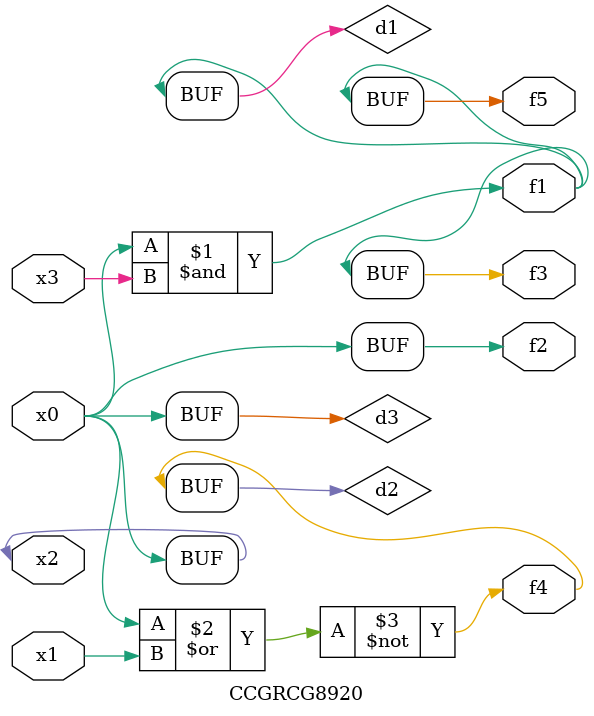
<source format=v>
module CCGRCG8920(
	input x0, x1, x2, x3,
	output f1, f2, f3, f4, f5
);

	wire d1, d2, d3;

	and (d1, x2, x3);
	nor (d2, x0, x1);
	buf (d3, x0, x2);
	assign f1 = d1;
	assign f2 = d3;
	assign f3 = d1;
	assign f4 = d2;
	assign f5 = d1;
endmodule

</source>
